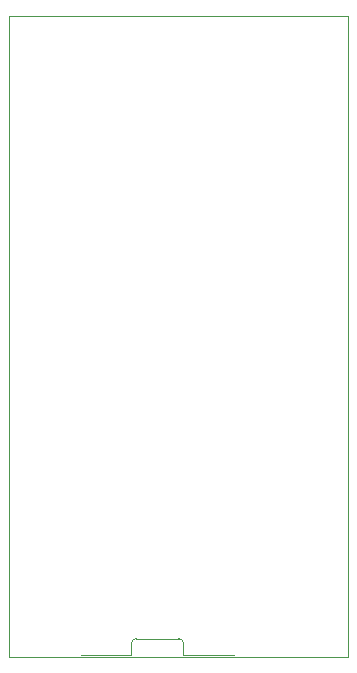
<source format=gbr>
%TF.GenerationSoftware,KiCad,Pcbnew,9.0.7*%
%TF.CreationDate,2026-02-12T01:51:18+01:00*%
%TF.ProjectId,ESP_catphones,4553505f-6361-4747-9068-6f6e65732e6b,rev?*%
%TF.SameCoordinates,Original*%
%TF.FileFunction,Profile,NP*%
%FSLAX46Y46*%
G04 Gerber Fmt 4.6, Leading zero omitted, Abs format (unit mm)*
G04 Created by KiCad (PCBNEW 9.0.7) date 2026-02-12 01:51:18*
%MOMM*%
%LPD*%
G01*
G04 APERTURE LIST*
%TA.AperFunction,Profile*%
%ADD10C,0.050000*%
%TD*%
%TA.AperFunction,Profile*%
%ADD11C,0.120000*%
%TD*%
G04 APERTURE END LIST*
D10*
X41500000Y-70000000D02*
X12750000Y-70000000D01*
X12750000Y-15750000D01*
X41500000Y-15750000D01*
X41500000Y-70000000D01*
X12750000Y-15750000D02*
X41500000Y-15750000D01*
X41500000Y-70000000D01*
X12750000Y-70000000D01*
X12750000Y-15750000D01*
D11*
%TO.C,J10*%
X27135413Y-68469717D02*
G75*
G02*
X27535413Y-68869717I0J-400000D01*
G01*
X23135413Y-68869717D02*
G75*
G02*
X23535413Y-68469717I400002J-2D01*
G01*
X27535413Y-69869717D02*
X31835413Y-69869717D01*
X27535413Y-68869717D02*
X27535413Y-69869717D01*
X27135413Y-68469717D02*
X23535413Y-68469717D01*
X23135413Y-69869717D02*
X18835413Y-69869717D01*
X23135413Y-68869717D02*
X23135413Y-69869717D01*
%TD*%
M02*

</source>
